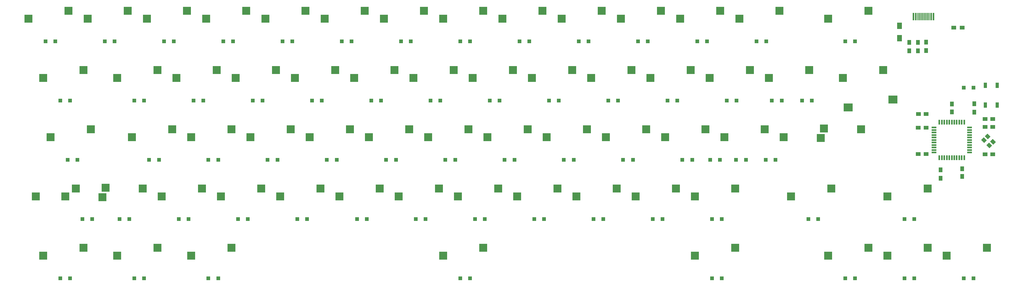
<source format=gbp>
G04 #@! TF.GenerationSoftware,KiCad,Pcbnew,(5.1.0-0)*
G04 #@! TF.CreationDate,2021-01-29T15:13:06+00:00*
G04 #@! TF.ProjectId,PULSE,50554c53-452e-46b6-9963-61645f706362,rev?*
G04 #@! TF.SameCoordinates,Original*
G04 #@! TF.FileFunction,Paste,Bot*
G04 #@! TF.FilePolarity,Positive*
%FSLAX46Y46*%
G04 Gerber Fmt 4.6, Leading zero omitted, Abs format (unit mm)*
G04 Created by KiCad (PCBNEW (5.1.0-0)) date 2021-01-29 15:13:06*
%MOMM*%
%LPD*%
G04 APERTURE LIST*
%ADD10R,2.550000X2.500000*%
%ADD11C,1.200000*%
%ADD12C,0.100000*%
%ADD13R,1.200000X1.200000*%
%ADD14R,1.500000X1.250000*%
%ADD15R,1.000000X1.700000*%
%ADD16R,1.250000X1.500000*%
%ADD17R,1.300000X1.500000*%
%ADD18R,1.500000X0.550000*%
%ADD19R,0.550000X1.500000*%
%ADD20R,2.999999X2.500000*%
%ADD21R,1.500000X1.300000*%
%ADD22R,0.300000X2.450000*%
%ADD23R,0.600000X2.450000*%
%ADD24R,1.600000X2.000000*%
G04 APERTURE END LIST*
D10*
X145314872Y-7238992D03*
X158241872Y-4444992D03*
D11*
X200662937Y-8428784D03*
D12*
G36*
X199743698Y-8358073D02*
G01*
X200592226Y-7509545D01*
X201582176Y-8499495D01*
X200733648Y-9348023D01*
X199743698Y-8358073D01*
X199743698Y-8358073D01*
G37*
D11*
X198965881Y-6731728D03*
D12*
G36*
X198046642Y-6661017D02*
G01*
X198895170Y-5812489D01*
X199885120Y-6802439D01*
X199036592Y-7650967D01*
X198046642Y-6661017D01*
X198046642Y-6661017D01*
G37*
D11*
X199460855Y-9630866D03*
D12*
G36*
X198541616Y-9560155D02*
G01*
X199390144Y-8711627D01*
X200380094Y-9701577D01*
X199531566Y-10550105D01*
X198541616Y-9560155D01*
X198541616Y-9560155D01*
G37*
D11*
X197763799Y-7933810D03*
D12*
G36*
X196844560Y-7863099D02*
G01*
X197693088Y-7014571D01*
X198683038Y-8004521D01*
X197834510Y-8853049D01*
X196844560Y-7863099D01*
X196844560Y-7863099D01*
G37*
D10*
X179673250Y-23495000D03*
X166746250Y-26035000D03*
D13*
X191302200Y8929695D03*
X194452200Y8929695D03*
D14*
X198116100Y-3750000D03*
X200616100Y-3750000D03*
X179185300Y-12400000D03*
X176685300Y-12400000D03*
X179185300Y-4000000D03*
X176685300Y-4000000D03*
D15*
X198252000Y9627000D03*
X198252000Y3327000D03*
X202052000Y9627000D03*
X202052000Y3327000D03*
D16*
X187519500Y1131200D03*
X187519500Y3631200D03*
D17*
X194663100Y3731200D03*
X194663100Y1031200D03*
X183800000Y-20200000D03*
X183800000Y-17500000D03*
X176600000Y20800000D03*
X176600000Y23500000D03*
X179200000Y20835500D03*
X179200000Y23535500D03*
D14*
X198116100Y-12500000D03*
X200616100Y-12500000D03*
X198116100Y-1190600D03*
X200616100Y-1190600D03*
D16*
X190750000Y-17144900D03*
X190750000Y-19644900D03*
D18*
X181741840Y-3919720D03*
X181741840Y-4719720D03*
X181741840Y-5519720D03*
X181741840Y-6319720D03*
X181741840Y-7119720D03*
X181741840Y-7919720D03*
X181741840Y-8719720D03*
X181741840Y-9519720D03*
X181741840Y-10319720D03*
X181741840Y-11119720D03*
X181741840Y-11919720D03*
D19*
X183441840Y-13619720D03*
X184241840Y-13619720D03*
X185041840Y-13619720D03*
X185841840Y-13619720D03*
X186641840Y-13619720D03*
X187441840Y-13619720D03*
X188241840Y-13619720D03*
X189041840Y-13619720D03*
X189841840Y-13619720D03*
X190641840Y-13619720D03*
X191441840Y-13619720D03*
D18*
X193141840Y-11919720D03*
X193141840Y-11119720D03*
X193141840Y-10319720D03*
X193141840Y-9519720D03*
X193141840Y-8719720D03*
X193141840Y-7919720D03*
X193141840Y-7119720D03*
X193141840Y-6319720D03*
X193141840Y-5519720D03*
X193141840Y-4719720D03*
X193141840Y-3919720D03*
D19*
X191441840Y-2219720D03*
X190641840Y-2219720D03*
X189841840Y-2219720D03*
X189041840Y-2219720D03*
X188241840Y-2219720D03*
X187441840Y-2219720D03*
X186641840Y-2219720D03*
X185841840Y-2219720D03*
X185041840Y-2219720D03*
X184241840Y-2219720D03*
X183441840Y-2219720D03*
D14*
X179200000Y400000D03*
X176700000Y400000D03*
D10*
X-6064250Y-4445000D03*
X-18991250Y-6985000D03*
X160623250Y33655000D03*
X147696250Y31115000D03*
X-89408000Y-4445000D03*
X-102335000Y-6985000D03*
X-53689250Y-23495000D03*
X-66616250Y-26035000D03*
D20*
X154125000Y2540000D03*
X168525000Y5080000D03*
D10*
X148717000Y-23495000D03*
X135790000Y-26035000D03*
X-77501750Y33655000D03*
X-90428750Y31115000D03*
X36798250Y-42545000D03*
X23871250Y-45085000D03*
X-96551750Y33655000D03*
X-109478750Y31115000D03*
X-58451750Y33655000D03*
X-71378750Y31115000D03*
X-39401750Y33655000D03*
X-52328750Y31115000D03*
X-20351750Y33655000D03*
X-33278750Y31115000D03*
X-1301750Y33655000D03*
X-14228750Y31115000D03*
X17748250Y33655000D03*
X4821250Y31115000D03*
X36798250Y33655000D03*
X23871250Y31115000D03*
X55848250Y33655000D03*
X42921250Y31115000D03*
X74898250Y33655000D03*
X61971250Y31115000D03*
X93948250Y33655000D03*
X81021250Y31115000D03*
X112998250Y33655000D03*
X100071250Y31115000D03*
X132048250Y33655000D03*
X119121250Y31115000D03*
X-91789250Y14605000D03*
X-104716250Y12065000D03*
X-67976750Y14605000D03*
X-80903750Y12065000D03*
X-48926750Y14605000D03*
X-61853750Y12065000D03*
X-29876750Y14605000D03*
X-42803750Y12065000D03*
X-10826750Y14605000D03*
X-23753750Y12065000D03*
X8223250Y14605000D03*
X-4703750Y12065000D03*
X27273250Y14605000D03*
X14346250Y12065000D03*
X46323250Y14605000D03*
X33396250Y12065000D03*
X65373250Y14605000D03*
X52446250Y12065000D03*
X84423250Y14605000D03*
X71496250Y12065000D03*
X103473250Y14605000D03*
X90546250Y12065000D03*
X122523250Y14605000D03*
X109596250Y12065000D03*
X141573250Y14605000D03*
X128646250Y12065000D03*
X-63214250Y-4445000D03*
X-76141250Y-6985000D03*
X-44164250Y-4445000D03*
X-57091250Y-6985000D03*
X-25114250Y-4445000D03*
X-38041250Y-6985000D03*
X12985750Y-4445000D03*
X58750Y-6985000D03*
X32035750Y-4445000D03*
X19108750Y-6985000D03*
X51085750Y-4445000D03*
X38158750Y-6985000D03*
X70135750Y-4445000D03*
X57208750Y-6985000D03*
X89185750Y-4445000D03*
X76258750Y-6985000D03*
X108235750Y-4445000D03*
X95308750Y-6985000D03*
X127285750Y-4445000D03*
X114358750Y-6985000D03*
X-34639250Y-23495000D03*
X-47566250Y-26035000D03*
X-15589250Y-23495000D03*
X-28516250Y-26035000D03*
X3460750Y-23495000D03*
X-9466250Y-26035000D03*
X22510750Y-23495000D03*
X9583750Y-26035000D03*
X41560750Y-23495000D03*
X28633750Y-26035000D03*
X60610750Y-23495000D03*
X47683750Y-26035000D03*
X79660750Y-23495000D03*
X66733750Y-26035000D03*
X98710750Y-23495000D03*
X85783750Y-26035000D03*
X117760750Y-23495000D03*
X104833750Y-26035000D03*
X-91789250Y-42545000D03*
X-104716250Y-45085000D03*
X-57091250Y-45085000D03*
X-44164250Y-42545000D03*
X117760750Y-42545000D03*
X104833750Y-45085000D03*
X160623250Y-42545000D03*
X147696250Y-45085000D03*
X179673250Y-42545000D03*
X166746250Y-45085000D03*
X198723250Y-42545000D03*
X185796250Y-45085000D03*
D13*
X-103968750Y23812500D03*
X-100818750Y23812500D03*
X-84918750Y23812500D03*
X-81768750Y23812500D03*
X-65868750Y23812500D03*
X-62718750Y23812500D03*
X-46818750Y23812500D03*
X-43668750Y23812500D03*
X-27768750Y23812500D03*
X-24618750Y23812500D03*
X-8718750Y23812500D03*
X-5568750Y23812500D03*
X10331250Y23812500D03*
X13481250Y23812500D03*
X29381250Y23812500D03*
X32531250Y23812500D03*
X48431250Y23812500D03*
X51581250Y23812500D03*
X67481250Y23812500D03*
X70631250Y23812500D03*
X86531250Y23812500D03*
X89681250Y23812500D03*
X105581250Y23812500D03*
X108731250Y23812500D03*
X124631250Y23812500D03*
X127781250Y23812500D03*
X153206250Y23812500D03*
X156356250Y23812500D03*
X-99206250Y4762500D03*
X-96056250Y4762500D03*
X-75393750Y4762500D03*
X-72243750Y4762500D03*
X-56343750Y4762500D03*
X-53193750Y4762500D03*
X-37293750Y4762500D03*
X-34143750Y4762500D03*
X-18243750Y4762500D03*
X-15093750Y4762500D03*
X806250Y4762500D03*
X3956250Y4762500D03*
X19856250Y4762500D03*
X23006250Y4762500D03*
X38906250Y4762500D03*
X42056250Y4762500D03*
X57956250Y4762500D03*
X61106250Y4762500D03*
X77006250Y4762500D03*
X80156250Y4762500D03*
X96056250Y4762500D03*
X99206250Y4762500D03*
X115106250Y4762500D03*
X118256250Y4762500D03*
X129604576Y4762496D03*
X132754576Y4762496D03*
X127607704Y-14287488D03*
X130757704Y-14287488D03*
X-96825000Y-14287500D03*
X-93675000Y-14287500D03*
X-70631250Y-14287500D03*
X-67481250Y-14287500D03*
X-51581250Y-14287500D03*
X-48431250Y-14287500D03*
X-32531250Y-14287500D03*
X-29381250Y-14287500D03*
X-13481250Y-14287500D03*
X-10331250Y-14287500D03*
X5568750Y-14287500D03*
X8718750Y-14287500D03*
X24618750Y-14287500D03*
X27768750Y-14287500D03*
X43668750Y-14287500D03*
X46818750Y-14287500D03*
X62718750Y-14287500D03*
X65868750Y-14287500D03*
X81768750Y-14287500D03*
X84918750Y-14287500D03*
X100818750Y-14287500D03*
X103968750Y-14287500D03*
X109748344Y-14287488D03*
X112898344Y-14287488D03*
X118082712Y-14287500D03*
X121232712Y-14287500D03*
X-92062500Y-33337500D03*
X-88912500Y-33337500D03*
X-61106250Y-33337500D03*
X-57956250Y-33337500D03*
X-42056250Y-33337500D03*
X-38906250Y-33337500D03*
X-23006250Y-33337500D03*
X-19856250Y-33337500D03*
X-3772500Y-33337500D03*
X-622500Y-33337500D03*
X15093750Y-33337500D03*
X18243750Y-33337500D03*
X34143750Y-33337500D03*
X37293750Y-33337500D03*
X53193750Y-33337500D03*
X56343750Y-33337500D03*
X72243750Y-33337500D03*
X75393750Y-33337500D03*
X91293750Y-33337500D03*
X94443750Y-33337500D03*
X110343750Y-33337500D03*
X113493750Y-33337500D03*
X141300000Y-33337500D03*
X144450000Y-33337500D03*
X172256250Y-33337500D03*
X175406250Y-33337500D03*
X-99206250Y-52387500D03*
X-96056250Y-52387500D03*
X-51581250Y-52387500D03*
X-48431250Y-52387500D03*
X29381250Y-52387500D03*
X32531250Y-52387500D03*
X110343750Y-52387500D03*
X113493750Y-52387500D03*
X153206250Y-52387500D03*
X156356250Y-52387500D03*
X172256250Y-52387500D03*
X175406250Y-52387500D03*
X191306250Y-52387500D03*
X194456250Y-52387500D03*
X139303008Y4762496D03*
X142453008Y4762496D03*
X-80156184Y-33337472D03*
X-77006184Y-33337472D03*
X-72243688Y-52387456D03*
X-75393688Y-52387456D03*
D10*
X152458616Y12064992D03*
X165385616Y14604992D03*
X-107097416Y-26034976D03*
X-94170416Y-23494976D03*
X-67976688Y-42544960D03*
X-80903688Y-45084960D03*
X146335750Y-4191000D03*
X133408750Y-6985000D03*
X-84645500Y-23241000D03*
X-97572500Y-26035000D03*
X-72739184Y-23494976D03*
X-85666184Y-26288976D03*
D21*
X190750000Y28200000D03*
X188050000Y28200000D03*
D17*
X173800000Y23500000D03*
X173800000Y20800000D03*
D22*
X178100000Y31805000D03*
X178600000Y31805000D03*
X179100000Y31805000D03*
X177600000Y31805000D03*
X179600000Y31805000D03*
X177100000Y31805000D03*
X180100000Y31805000D03*
X176600000Y31805000D03*
D23*
X175900000Y31805000D03*
X180800000Y31805000D03*
X175125000Y31805000D03*
X181575000Y31805000D03*
D24*
X170600000Y28800000D03*
X170600000Y24800000D03*
M02*

</source>
